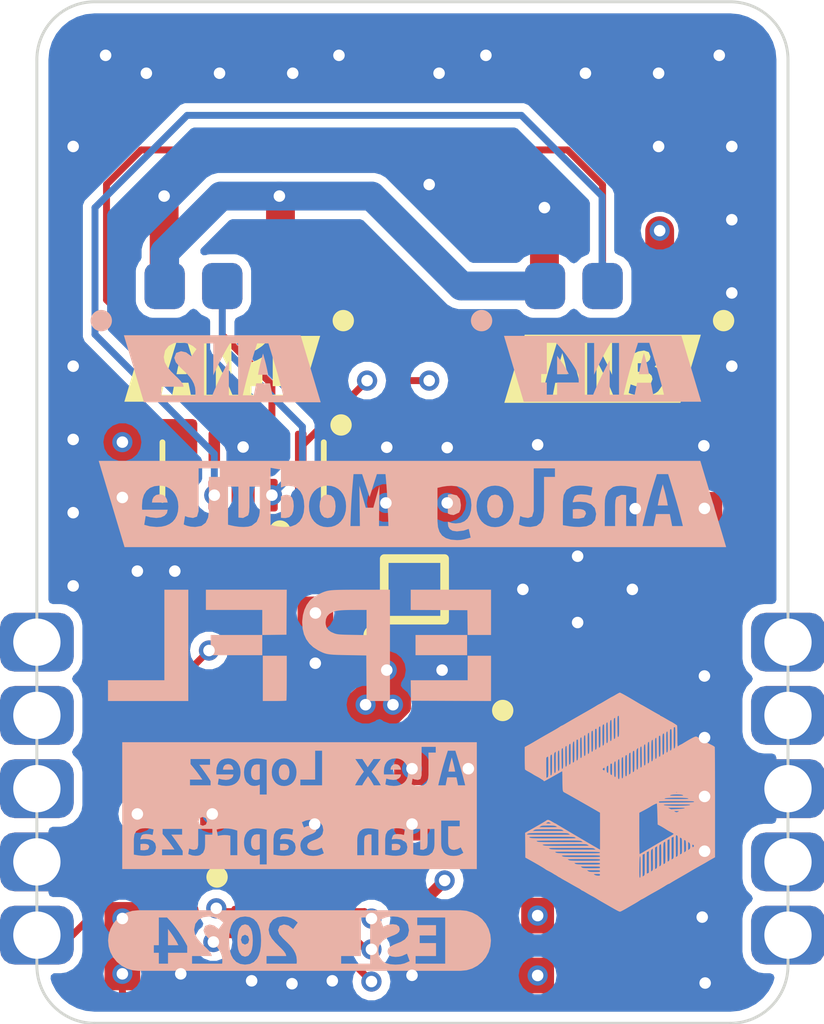
<source format=kicad_pcb>
(kicad_pcb (version 20240108) (generator "pcbnew") (generator_version "8.0")
  (layers (0 "F.Cu" signal) (1 "In1.Cu" signal) (2 "In2.Cu" signal) (3 "In3.Cu" signal) (4 "In4.Cu" signal) (31 "B.Cu" signal) (34 "B.Paste" user) (35 "F.Paste" user) (36 "B.SilkS" user "B.Silkscreen") (37 "F.SilkS" user "F.Silkscreen") (38 "B.Mask" user) (39 "F.Mask" user) (44 "Edge.Cuts" user))
  (net 0 "")
  (net 1 "+3VA_ADC")
  (net 2 "GND")
  (net 3 "+1V8")
  (net 4 "+3VA")
  (net 5 "+3V3")
  (net 6 "Net-(C6-Pad2)")
  (net 7 "Net-(C7-Pad2)")
  (net 8 "Net-(C8-Pad2)")
  (net 9 "/[1] Power Regulation & Level Shifting/+3V3_FILT")
  (net 10 "Net-(C9-Pad2)")
  (net 11 "/[1] Power Regulation & Level Shifting/NR{slash}SS")
  (net 12 "SPI_MISO_3V")
  (net 13 "Net-(U1-SDO)")
  (net 14 "ADC_EN")
  (net 15 "SPI_CS_1V8")
  (net 16 "SPI_CS_3V")
  (net 17 "/[1] Power Regulation & Level Shifting/EN_UV")
  (net 18 "/[2] ADC & Multiplexer/ADC_IN")
  (net 19 "SPI_SCK_3V")
  (net 20 "SPI_MISO_1V8")
  (net 21 "SPI_SCK_1V8")
  (net 23 "MUX_A1")
  (net 24 "MUX_A0")
  (net 25 "/[2] ADC & Multiplexer/AN_1")
  (net 26 "/[2] ADC & Multiplexer/AN_2")
  (net 27 "/[2] ADC & Multiplexer/AN_3")
  (net 28 "/[2] ADC & Multiplexer/AN_4")
  (net 29 "/[1] Power Regulation & Level Shifting/FB_PG")
  (footprint "X-MODs_PcbLib:C0402" (layer "F.Cu") (at 130.4752 79.7466 -90)
    (property "Reference" "C12" (hide yes))
    (property "Value" "100n 10V" (hide yes))
    (pad "1" smd roundrect (at -0.48 0 270) (size 0.57 0.62) (layers "F.Cu" "F.Paste" "F.Mask") (net 1 "+3VA_ADC"))
    (pad "2" smd roundrect (at 0.48 0 270) (size 0.57 0.62) (layers "F.Cu" "F.Paste" "F.Mask") (net 2 "GND"))
  )
  (footprint "X-MODs_PcbLib:2121340003" (layer "F.Cu") (at 132.209 76.5596 180)
    (property "Reference" "J1" (hide yes))
    (property "Value" "212134-0003" (hide yes))
    (pad "1" smd roundrect (at -1 0 180) (size 0.7 0.8) (layers "F.Cu" "F.Paste" "F.Mask") (net 1 "+3VA_ADC"))
    (pad "2" smd roundrect (at 0 0 180) (size 0.7 0.8) (layers "F.Cu" "F.Paste" "F.Mask") (net 25 "/[2] ADC & Multiplexer/AN_1"))
    (pad "3" smd roundrect (at 1 0 180) (size 0.7 0.8) (layers "F.Cu" "F.Paste" "F.Mask") (net 2 "GND"))
    (pad "4" smd roundrect (at -2.025 4 180) (size 0.55 0.8) (layers "F.Cu" "F.Paste" "F.Mask") (net 2 "GND"))
    (pad "4" smd roundrect (at 2.025 4 180) (size 0.55 0.8) (layers "F.Cu" "F.Paste" "F.Mask") (net 2 "GND"))
  )
  (footprint "X-MODs_PcbLib:R0402" (layer "F.Cu") (at 138.161922 84.390278)
    (property "Reference" "R7" (hide yes))
    (property "Value" "TBD" (hide yes))
    (pad "1" smd roundrect (at -0.48 0) (size 0.57 0.62) (layers "F.Cu" "F.Paste" "F.Mask") (net 9 "/[1] Power Regulation & Level Shifting/+3V3_FILT"))
    (pad "2" smd roundrect (at 0.48 0) (size 0.57 0.62) (layers "F.Cu" "F.Paste" "F.Mask") (net 17 "/[1] Power Regulation & Level Shifting/EN_UV"))
  )
  (footprint "X-MODs_PcbLib:R0402" (layer "F.Cu") (at 140.576522 80.896278 -90)
    (property "Reference" "R8" (hide yes))
    (property "Value" "TBD" (hide yes))
    (pad "1" smd roundrect (at -0.48 0 270) (size 0.57 0.62) (layers "F.Cu" "F.Paste" "F.Mask") (net 4 "+3VA"))
    (pad "2" smd roundrect (at 0.48 0 270) (size 0.57 0.62) (layers "F.Cu" "F.Paste" "F.Mask") (net 29 "/[1] Power Regulation & Level Shifting/FB_PG"))
  )
  (footprint "X-MODs_PcbLib:R0402" (layer "F.Cu") (at 130.4752 88.006678 -90)
    (property "Reference" "R5" (hide yes))
    (property "Value" "56K0" (hide yes))
    (pad "1" smd roundrect (at -0.48 0 270) (size 0.57 0.62) (layers "F.Cu" "F.Paste" "F.Mask") (net 3 "+1V8"))
    (pad "2" smd roundrect (at 0.48 0 270) (size 0.57 0.62) (layers "F.Cu" "F.Paste" "F.Mask") (net 15 "SPI_CS_1V8"))
  )
  (footprint "X-MODs_PcbLib:C0402" (layer "F.Cu") (at 135.0482 79.841356 -90)
    (property "Reference" "C4" (hide yes))
    (property "Value" "1u00 10V" (hide yes))
    (pad "1" smd roundrect (at -0.48 0 270) (size 0.57 0.62) (layers "F.Cu" "F.Paste" "F.Mask") (net 2 "GND"))
    (pad "2" smd roundrect (at 0.48 0 270) (size 0.57 0.62) (layers "F.Cu" "F.Paste" "F.Mask") (net 4 "+3VA"))
  )
  (footprint "X-MODs_PcbLib:R0402" (layer "F.Cu") (at 140.576522 82.841878 -90)
    (property "Reference" "R15" (hide yes))
    (property "Value" "TBD" (hide yes))
    (pad "1" smd roundrect (at -0.48 0 270) (size 0.57 0.62) (layers "F.Cu" "F.Paste" "F.Mask") (net 29 "/[1] Power Regulation & Level Shifting/FB_PG"))
    (pad "2" smd roundrect (at 0.48 0 270) (size 0.57 0.62) (layers "F.Cu" "F.Paste" "F.Mask") (net 2 "GND"))
  )
  (footprint "X-MODs_PcbLib:R0402" (layer "F.Cu") (at 140.098922 86.454878)
    (property "Reference" "R12" (hide yes))
    (property "Value" "TBD" (hide yes))
    (pad "1" smd roundrect (at -0.48 0) (size 0.57 0.62) (layers "F.Cu" "F.Paste" "F.Mask") (net 10 "Net-(C9-Pad2)"))
    (pad "2" smd roundrect (at 0.48 0) (size 0.57 0.62) (layers "F.Cu" "F.Paste" "F.Mask") (net 2 "GND"))
  )
  (footprint "X-MODs_PcbLib:R0402" (layer "F.Cu") (at 140.098922 87.476678)
    (property "Reference" "R9" (hide yes))
    (property "Value" "TBD" (hide yes))
    (pad "1" smd roundrect (at -0.48 0) (size 0.57 0.62) (layers "F.Cu" "F.Paste" "F.Mask") (net 6 "Net-(C6-Pad2)"))
    (pad "2" smd roundrect (at 0.48 0) (size 0.57 0.62) (layers "F.Cu" "F.Paste" "F.Mask") (net 2 "GND"))
  )
  (footprint "X-MODs_PcbLib:R0402" (layer "F.Cu") (at 140.098922 84.390278)
    (property "Reference" "R13" (hide yes))
    (property "Value" "TBD" (hide yes))
    (pad "1" smd roundrect (at -0.48 0) (size 0.57 0.62) (layers "F.Cu" "F.Paste" "F.Mask") (net 17 "/[1] Power Regulation & Level Shifting/EN_UV"))
    (pad "2" smd roundrect (at 0.48 0) (size 0.57 0.62) (layers "F.Cu" "F.Paste" "F.Mask") (net 2 "GND"))
  )
  (footprint "X-MODs_PcbLib:C0402" (layer "F.Cu") (at 135.5018 88.032078 -90)
    (property "Reference" "C5" (hide yes))
    (property "Value" "100n 10V" (hide yes))
    (pad "1" smd roundrect (at -0.48 0 270) (size 0.57 0.62) (layers "F.Cu" "F.Paste" "F.Mask") (net 4 "+3VA"))
    (pad "2" smd roundrect (at 0.48 0 270) (size 0.57 0.62) (layers "F.Cu" "F.Paste" "F.Mask") (net 2 "GND"))
  )
  (footprint "X-MODs_PcbLib:R0402" (layer "F.Cu") (at 140.086922 79.330078)
    (property "Reference" "R14" (hide yes))
    (property "Value" "20K0" (hide yes))
    (pad "1" smd roundrect (at -0.48 0) (size 0.57 0.62) (layers "F.Cu" "F.Paste" "F.Mask") (net 11 "/[1] Power Regulation & Level Shifting/NR{slash}SS"))
    (pad "2" smd roundrect (at 0.48 0) (size 0.57 0.62) (layers "F.Cu" "F.Paste" "F.Mask") (net 2 "GND"))
  )
  (footprint "X-MODs_PcbLib:R0402" (layer "F.Cu") (at 140.098922 88.515278)
    (property "Reference" "R10" (hide yes))
    (property "Value" "TBD" (hide yes))
    (pad "1" smd roundrect (at -0.48 0) (size 0.57 0.62) (layers "F.Cu" "F.Paste" "F.Mask") (net 7 "Net-(C7-Pad2)"))
    (pad "2" smd roundrect (at 0.48 0) (size 0.57 0.62) (layers "F.Cu" "F.Paste" "F.Mask") (net 2 "GND"))
  )
  (footprint "X-MODs_PcbLib:C0402" (layer "F.Cu") (at 138.161922 85.409478)
    (property "Reference" "C8" (hide yes))
    (property "Value" "10u0 16V" (hide yes))
    (pad "1" smd roundrect (at -0.48 0) (size 0.57 0.62) (layers "F.Cu" "F.Paste" "F.Mask") (net 9 "/[1] Power Regulation & Level Shifting/+3V3_FILT"))
    (pad "2" smd roundrect (at 0.48 0) (size 0.57 0.62) (layers "F.Cu" "F.Paste" "F.Mask") (net 8 "Net-(C8-Pad2)"))
  )
  (footprint "kibuzzard-6716453A" (layer "F.Cu") (at 132.209 77.994678)
    (property "Reference" "kibuzzard-6716453A" (hide yes))
    (property "Value" "G***" (hide yes))
  )
  (footprint "X-MODs_PcbLib:C0402" (layer "F.Cu") (at 133.8232 83.5806 90)
    (property "Reference" "C1" (hide yes))
    (property "Value" "10u0 16V" (hide yes))
    (pad "1" smd roundrect (at -0.48 0 90) (size 0.57 0.62) (layers "F.Cu" "F.Paste" "F.Mask") (net 1 "+3VA_ADC"))
    (pad "2" smd roundrect (at 0.48 0 90) (size 0.57 0.62) (layers "F.Cu" "F.Paste" "F.Mask") (net 2 "GND"))
  )
  (footprint "X-MODs_PcbLib:R0402" (layer "F.Cu") (at 133.8254 81.7498 -90)
    (property "Reference" "R6" (hide yes))
    (property "Value" "56K0" (hide yes))
    (pad "1" smd roundrect (at -0.48 0 270) (size 0.57 0.62) (layers "F.Cu" "F.Paste" "F.Mask") (net 4 "+3VA"))
    (pad "2" smd roundrect (at 0.48 0 270) (size 0.57 0.62) (layers "F.Cu" "F.Paste" "F.Mask") (net 16 "SPI_CS_3V"))
  )
  (footprint "X-MODs_PcbLib:R0402" (layer "F.Cu") (at 140.098922 85.410878)
    (property "Reference" "R11" (hide yes))
    (property "Value" "TBD" (hide yes))
    (pad "1" smd roundrect (at -0.48 0) (size 0.57 0.62) (layers "F.Cu" "F.Paste" "F.Mask") (net 8 "Net-(C8-Pad2)"))
    (pad "2" smd roundrect (at 0.48 0) (size 0.57 0.62) (layers "F.Cu" "F.Paste" "F.Mask") (net 2 "GND"))
  )
  (footprint "X-MODs_PcbLib:C0402" (layer "F.Cu") (at 138.161922 88.515278)
    (property "Reference" "C7" (hide yes))
    (property "Value" "10u0 16V" (hide yes))
    (pad "1" smd roundrect (at -0.48 0) (size 0.57 0.62) (layers "F.Cu" "F.Paste" "F.Mask") (net 5 "+3V3"))
    (pad "2" smd roundrect (at 0.48 0) (size 0.57 0.62) (layers "F.Cu" "F.Paste" "F.Mask") (net 7 "Net-(C7-Pad2)"))
  )
  (footprint "X-MODs_PcbLib:C0402" (layer "F.Cu") (at 133.8124 85.409478 -90)
    (property "Reference" "C2" (hide yes))
    (property "Value" "100n 10V" (hide yes))
    (pad "1" smd roundrect (at -0.48 0 270) (size 0.57 0.62) (layers "F.Cu" "F.Paste" "F.Mask") (net 1 "+3VA_ADC"))
    (pad "2" smd roundrect (at 0.48 0 270) (size 0.57 0.62) (layers "F.Cu" "F.Paste" "F.Mask") (net 2 "GND"))
  )
  (footprint "X-MODs_PcbLib:C0402" (layer "F.Cu") (at 136.112478 79.841356 90)
    (property "Reference" "C10" (hide yes))
    (property "Value" "10u0 16V" (hide yes))
    (pad "1" smd roundrect (at -0.48 0 90) (size 0.57 0.62) (layers "F.Cu" "F.Paste" "F.Mask") (net 4 "+3VA"))
    (pad "2" smd roundrect (at 0.48 0 90) (size 0.57 0.62) (layers "F.Cu" "F.Paste" "F.Mask") (net 2 "GND"))
  )
  (footprint "X-MODs_PcbLib:C0402" (layer "F.Cu") (at 138.161922 79.312678 180)
    (property "Reference" "C11" (hide yes))
    (property "Value" "4u70 6V3" (hide yes))
    (pad "1" smd roundrect (at -0.48 0 180) (size 0.57 0.62) (layers "F.Cu" "F.Paste" "F.Mask") (net 11 "/[1] Power Regulation & Level Shifting/NR{slash}SS"))
    (pad "2" smd roundrect (at 0.48 0 180) (size 0.57 0.62) (layers "F.Cu" "F.Paste" "F.Mask") (net 2 "GND"))
  )
  (footprint "X-MODs_PcbLib:Analog_Board_Castellated_Conn_1.27mm" (layer "F.Cu") (at 135.509 78.5876)
    (property "Reference" "J5" (hide yes))
    (property "Value" "~" (hide yes))
    (pad "1" thru_hole roundrect (at -6.517581 4.148 90) (size 1.02 1.28) (drill 0.82) (property pad_prop_castellated) (layers "*.Cu" "*.Mask") (net 21 "SPI_SCK_1V8"))
    (pad "2" thru_hole roundrect (at -6.517581 5.418 90) (size 1.02 1.28) (drill 0.82) (property pad_prop_castellated) (layers "*.Cu" "*.Mask") (net 20 "SPI_MISO_1V8"))
    (pad "3" thru_hole roundrect (at -6.517581 6.688 90) (size 1.02 1.28) (drill 0.82) (property pad_prop_castellated) (layers "*.Cu" "*.Mask") (net 15 "SPI_CS_1V8"))
    (pad "4" thru_hole roundrect (at -6.517581 7.958 90) (size 1.02 1.28) (drill 0.82) (property pad_prop_castellated) (layers "*.Cu" "*.Mask") (net 2 "GND"))
    (pad "5" thru_hole roundrect (at -6.517581 9.228 90) (size 1.02 1.28) (drill 0.82) (property pad_prop_castellated) (layers "*.Cu" "*.Mask") (net 14 "ADC_EN"))
    (pad "6" thru_hole roundrect (at 6.517581 9.228 90) (size 1.02 1.28) (drill 0.82) (property pad_prop_castellated) (layers "*.Cu" "*.Mask") (net 5 "+3V3"))
    (pad "7" thru_hole roundrect (at 6.517581 7.958 90) (size 1.02 1.28) (drill 0.82) (property pad_prop_castellated) (layers "*.Cu" "*.Mask") (net 3 "+1V8"))
    (pad "8" thru_hole roundrect (at 6.517581 6.688 90) (size 1.02 1.28) (drill 0.82) (property pad_prop_castellated) (layers "*.Cu" "*.Mask") (net 2 "GND"))
    (pad "9" thru_hole roundrect (at 6.517581 5.418 90) (size 1.02 1.28) (drill 0.82) (property pad_prop_castellated) (layers "*.Cu" "*.Mask") (net 24 "MUX_A0"))
    (pad "10" thru_hole roundrect (at 6.517581 4.148 90) (size 1.02 1.28) (drill 0.82) (property pad_prop_castellated) (layers "*.Cu" "*.Mask") (net 23 "MUX_A1"))
  )
  (footprint "X-MODs_PcbLib:C0402" (layer "F.Cu") (at 131.4886 88.006678 -90)
    (property "Reference" "C3" (hide yes))
    (property "Value" "100n 10V" (hide yes))
    (pad "1" smd roundrect (at -0.48 0 270) (size 0.57 0.62) (layers "F.Cu" "F.Paste" "F.Mask") (net 3 "+1V8"))
    (pad "2" smd roundrect (at 0.48 0 270) (size 0.57 0.62) (layers "F.Cu" "F.Paste" "F.Mask") (net 2 "GND"))
  )
  (footprint "X-MODs_PcbLib:2121340003" (layer "F.Cu") (at 138.809 76.5596 180)
    (property "Reference" "J3" (hide yes))
    (property "Value" "212134-0003" (hide yes))
    (pad "1" smd roundrect (at -1 0 180) (size 0.7 0.8) (layers "F.Cu" "F.Paste" "F.Mask") (net 1 "+3VA_ADC"))
    (pad "2" smd roundrect (at 0 0 180) (size 0.7 0.8) (layers "F.Cu" "F.Paste" "F.Mask") (net 27 "/[2] ADC & Multiplexer/AN_3"))
    (pad "3" smd roundrect (at 1 0 180) (size 0.7 0.8) (layers "F.Cu" "F.Paste" "F.Mask") (net 2 "GND"))
    (pad "4" smd roundrect (at -2.025 4 180) (size 0.55 0.8) (layers "F.Cu" "F.Paste" "F.Mask") (net 2 "GND"))
    (pad "4" smd roundrect (at 2.025 4 180) (size 0.55 0.8) (layers "F.Cu" "F.Paste" "F.Mask") (net 2 "GND"))
  )
  (footprint "X-MODs_PcbLib:C0402" (layer "F.Cu") (at 135.543556 83.22)
    (property "Reference" "C13" (hide yes))
    (property "Value" "100n 10V" (hide yes))
    (pad "1" smd roundrect (at -0.48 0) (size 0.57 0.62) (layers "F.Cu" "F.Paste" "F.Mask") (net 1 "+3VA_ADC"))
    (pad "2" smd roundrect (at 0.48 0) (size 0.57 0.62) (layers "F.Cu" "F.Paste" "F.Mask") (net 2 "GND"))
  )
  (footprint "X-MODs_PcbLib:USON-10_1x2.5mm" (layer "F.Cu") (at 132.570522 79.769078 -90)
    (property "Reference" "U5" (hide yes))
    (property "Value" "TMUX1104DQAR" (hide yes))
    (pad "1" smd roundrect (at -0.4175 -1 270) (size 0.565 0.2) (layers "F.Cu" "F.Paste" "F.Mask") (net 24 "MUX_A0"))
    (pad "2" smd roundrect (at -0.4175 -0.5 270) (size 0.565 0.2) (layers "F.Cu" "F.Paste" "F.Mask") (net 25 "/[2] ADC & Multiplexer/AN_1"))
    (pad "3" smd roundrect (at -0.4175 0 270) (size 0.565 0.4) (layers "F.Cu" "F.Paste" "F.Mask") (net 2 "GND"))
    (pad "4" smd roundrect (at -0.4175 0.5 270) (size 0.565 0.2) (layers "F.Cu" "F.Paste" "F.Mask") (net 27 "/[2] ADC & Multiplexer/AN_3"))
    (pad "5" smd roundrect (at -0.4175 1 270) (size 0.565 0.2) (layers "F.Cu" "F.Paste" "F.Mask") (net 1 "+3VA_ADC"))
    (pad "6" smd roundrect (at 0.4175 1 270) (size 0.565 0.2) (layers "F.Cu" "F.Paste" "F.Mask") (net 1 "+3VA_ADC"))
    (pad "7" smd roundrect (at 0.4175 0.5 270) (size 0.565 0.2) (layers "F.Cu" "F.Paste" "F.Mask") (net 28 "/[2] ADC & Multiplexer/AN_4"))
    (pad "8" smd roundrect (at 0.4175 0 270) (size 0.565 0.4) (layers "F.Cu" "F.Paste" "F.Mask") (net 18 "/[2] ADC & Multiplexer/ADC_IN"))
    (pad "9" smd roundrect (at 0.4175 -0.5 270) (size 0.565 0.2) (layers "F.Cu" "F.Paste" "F.Mask") (net 26 "/[2] ADC & Multiplexer/AN_2"))
    (pad "10" smd roundrect (at 0.4175 -1 270) (size 0.565 0.2) (layers "F.Cu" "F.Paste" "F.Mask") (net 23 "MUX_A1"))
  )
  (footprint "X-MODs_PcbLib:UQFN-12_1.7x2mm" (layer "F.Cu") (at 133.418478 87.8078)
    (property "Reference" "U2" (hide yes))
    (property "Value" "TXB0104RUTR" (hide yes))
    (pad "1" smd roundrect (at -0.7 -0.8) (size 0.7 0.2) (layers "F.Cu" "F.Paste" "F.Mask") (net 3 "+1V8"))
    (pad "2" smd roundrect (at -0.7 -0.4) (size 0.7 0.2) (layers "F.Cu" "F.Paste" "F.Mask") (net 21 "SPI_SCK_1V8"))
    (pad "3" smd roundrect (at -0.7 0) (size 0.7 0.2) (layers "F.Cu" "F.Paste" "F.Mask") (net 20 "SPI_MISO_1V8"))
    (pad "4" smd roundrect (at -0.7 0.4) (size 0.7 0.2) (layers "F.Cu" "F.Paste" "F.Mask") (net 15 "SPI_CS_1V8"))
    (pad "5" smd roundrect (at -0.7 0.8) (size 0.7 0.2) (layers "F.Cu" "F.Paste" "F.Mask") (net 2 "GND"))
    (pad "6" smd roundrect (at 0 0.85 90) (size 0.7 0.2) (layers "F.Cu" "F.Paste" "F.Mask") (net 2 "GND"))
    (pad "7" smd roundrect (at 0.7 0.8) (size 0.7 0.2) (layers "F.Cu" "F.Paste" "F.Mask") (net 2 "GND"))
    (pad "8" smd roundrect (at 0.7 0.4) (size 0.7 0.2) (layers "F.Cu" "F.Paste" "F.Mask") (net 16 "SPI_CS_3V"))
    (pad "9" smd roundrect (at 0.7 0) (size 0.7 0.2) (layers "F.Cu" "F.Paste" "F.Mask") (net 12 "SPI_MISO_3V"))
    (pad "10" smd roundrect (at 0.7 -0.4) (size 0.7 0.2) (layers "F.Cu" "F.Paste" "F.Mask") (net 19 "SPI_SCK_3V"))
    (pad "11" smd roundrect (at 0.7 -0.8) (size 0.7 0.2) (layers "F.Cu" "F.Paste" "F.Mask") (net 4 "+3VA"))
    (pad "12" smd roundrect (at 0 -0.85 90) (size 0.7 0.2) (layers "F.Cu" "F.Paste" "F.Mask") (net 14 "ADC_EN"))
  )
  (footprint "X-MODs_PcbLib:C0402" (layer "F.Cu") (at 138.161922 86.451878)
    (property "Reference" "C9" (hide yes))
    (property "Value" "10u0 16V" (hide yes))
    (pad "1" smd roundrect (at -0.48 0) (size 0.57 0.62) (layers "F.Cu" "F.Paste" "F.Mask") (net 9 "/[1] Power Regulation & Level Shifting/+3V3_FILT"))
    (pad "2" smd roundrect (at 0.48 0) (size 0.57 0.62) (layers "F.Cu" "F.Paste" "F.Mask") (net 10 "Net-(C9-Pad2)"))
  )
  (footprint "X-MODs_PcbLib:MSOP-8" (layer "F.Cu") (at 131.710122 83.608878 -90)
    (property "Reference" "U1" (hide yes))
    (property "Value" "LTC1864LIMS8#PBF" (hide yes))
    (pad "1" smd roundrect (at -2.1055 -0.975 270) (size 0.889 0.42) (layers "F.Cu" "F.Paste" "F.Mask") (net 1 "+3VA_ADC"))
    (pad "2" smd roundrect (at -2.1055 -0.326 270) (size 0.889 0.42) (layers "F.Cu" "F.Paste" "F.Mask") (net 18 "/[2] ADC & Multiplexer/ADC_IN"))
    (pad "3" smd roundrect (at -2.1055 0.325 270) (size 0.889 0.42) (layers "F.Cu" "F.Paste" "F.Mask") (net 2 "GND"))
    (pad "4" smd roundrect (at -2.1055 0.975 270) (size 0.889 0.42) (layers "F.Cu" "F.Paste" "F.Mask") (net 2 "GND"))
    (pad "5" smd roundrect (at 2.1055 0.975 270) (size 0.889 0.42) (layers "F.Cu" "F.Paste" "F.Mask") (net 16 "SPI_CS_3V"))
    (pad "6" smd roundrect (at 2.1055 0.325 270) (size 0.889 0.42) (layers "F.Cu" "F.Paste" "F.Mask") (net 13 "Net-(U1-SDO)"))
    (pad "7" smd roundrect (at 2.1055 -0.325 270) (size 0.889 0.42) (layers "F.Cu" "F.Paste" "F.Mask") (net 19 "SPI_SCK_3V"))
    (pad "8" smd roundrect (at 2.1055 -0.975 270) (size 0.889 0.42) (layers "F.Cu" "F.Paste" "F.Mask") (net 1 "+3VA_ADC"))
  )
  (footprint "X-MODs_PcbLib:DSBGA-4_0.74x0.74mm" (layer "F.Cu") (at 135.543556 81.82 90)
    (property "Reference" "U3" (hide yes))
    (property "Value" "TPS22916CYFPR" (hide yes))
    (pad "A1" smd circle (at -0.2 -0.2 90) (size 0.25 0.25) (layers "F.Cu" "F.Paste" "F.Mask") (net 1 "+3VA_ADC"))
    (pad "A2" smd circle (at 0.2 -0.2 90) (size 0.25 0.25) (layers "F.Cu" "F.Paste" "F.Mask") (net 4 "+3VA"))
    (pad "B1" smd circle (at -0.2 0.2 90) (size 0.25 0.25) (layers "F.Cu" "F.Paste" "F.Mask") (net 2 "GND"))
    (pad "B2" smd circle (at 0.2 0.2 90) (size 0.25 0.25) (layers "F.Cu" "F.Paste" "F.Mask") (net 14 "ADC_EN"))
  )
  (footprint "X-MODs_PcbLib:C0402" (layer "F.Cu") (at 138.161922 87.476678)
    (property "Reference" "C6" (hide yes))
    (property "Value" "10u0 16V" (hide yes))
    (pad "1" smd roundrect (at -0.48 0) (size 0.57 0.62) (layers "F.Cu" "F.Paste" "F.Mask") (net 5 "+3V3"))
    (pad "2" smd roundrect (at 0.48 0) (size 0.57 0.62) (layers "F.Cu" "F.Paste" "F.Mask") (net 6 "Net-(C6-Pad2)"))
  )
  (footprint "kibuzzard-67164525" (layer "F.Cu") (at 138.809 77.994678)
    (property "Reference" "kibuzzard-67164525" (hide yes))
    (property "Value" "G***" (hide yes))
  )
  (footprint "X-MODs_PcbLib:R0402" (layer "F.Cu") (at 136.479122 85.409478 -90)
    (property "Reference" "R4" (hide yes))
    (property "Value" "1M00" (hide yes))
    (pad "1" smd roundrect (at -0.48 0 270) (size 0.57 0.62) (layers "F.Cu" "F.Paste" "F.Mask") (net 2 "GND"))
    (pad "2" smd roundrect (at 0.48 0 270) (size 0.57 0.62) (layers "F.Cu" "F.Paste" "F.Mask") (net 14 "ADC_EN"))
  )
  (footprint "X-MODs_PcbLib:L0402" (layer "F.Cu") (at 136.479122 88.006678 -90)
    (property "Reference" "FB1" (hide yes))
    (property "Value" "FerriteBead" (hide yes))
    (pad "1" smd roundrect (at -0.48 0 270) (size 0.57 0.62) (layers "F.Cu" "F.Paste" "F.Mask") (net 9 "/[1] Power Regulation & Level Shifting/+3V3_FILT"))
    (pad "2" smd roundrect (at 0.48 0 270) (size 0.57 0.62) (layers "F.Cu" "F.Paste" "F.Mask") (net 5 "+3V3"))
  )
  (footprint "X-MODs_PcbLib:WSON-10-3.15x3.15mm" (layer "F.Cu") (at 138.375722 81.82 90)
    (property "Reference" "U4" (hide yes))
    (property "Value" "TPS7A9401DSCR" (hide yes))
    (pad "1" smd roundrect (at -1.4 -1 90) (size 0.6 0.24) (layers "F.Cu" "F.Paste" "F.Mask") (net 9 "/[1] Power Regulation & Level Shifting/+3V3_FILT"))
    (pad "2" smd roundrect (at -1.4 -0.5 90) (size 0.6 0.24) (layers "F.Cu" "F.Paste" "F.Mask") (net 9 "/[1] Power Regulation & Level Shifting/+3V3_FILT"))
    (pad "3" smd roundrect (at -1.4 0 90) (size 0.6 0.24) (layers "F.Cu" "F.Paste" "F.Mask") (net 17 "/[1] Power Regulation & Level Shifting/EN_UV"))
    (pad "4" smd roundrect (at -1.4 0.5 90) (size 0.6 0.24) (layers "F.Cu" "F.Paste" "F.Mask"))
    (pad "5" smd roundrect (at -1.4 1 90) (size 0.6 0.24) (layers "F.Cu" "F.Paste" "F.Mask") (net 29 "/[1] Power Regulation & Level Shifting/FB_PG"))
    (pad "6" smd roundrect (at 1.4 1 90) (size 0.6 0.24) (layers "F.Cu" "F.Paste" "F.Mask") (net 2 "GND"))
    (pad "7" smd roundrect (at 1.4 0.5 90) (size 0.6 0.24) (layers "F.Cu" "F.Paste" "F.Mask") (net 11 "/[1] Power Regulation & Level Shifting/NR{slash}SS"))
    (pad "8" smd roundrect (at 1.4 0 90) (size 0.6 0.24) (layers "F.Cu" "F.Paste" "F.Mask") (net 4 "+3VA"))
    (pad "9" smd roundrect (at 1.4 -0.5 90) (size 0.6 0.24) (layers "F.Cu" "F.Paste" "F.Mask") (net 4 "+3VA"))
    (pad "10" smd roundrect (at 1.4 -1 90) (size 0.6 0.24) (layers "F.Cu" "F.Paste" "F.Mask") (net 4 "+3VA"))
    (pad "11" thru_hole circle (at -0.575 0 90) (size 0.4 0.4) (drill 0.2) (property pad_prop_heatsink) (layers "*.Cu") (net 2 "GND"))
    (pad "11" thru_hole circle (at 0 -0.95 90) (size 0.4 0.4) (drill 0.2) (property pad_prop_heatsink) (layers "*.Cu") (net 2 "GND"))
    (pad "11" smd roundrect (at 0 0 90) (size 1.65 2.4) (layers "F.Cu" "F.Paste" "F.Mask") (roundrect_rratio 0.1) (net 2 "GND"))
    (pad "11" thru_hole circle (at 0 0.95 90) (size 0.4 0.4) (drill 0.2) (property pad_prop_heatsink) (layers "*.Cu") (net 2 "GND"))
    (pad "11" thru_hole circle (at 0.575 0 90) (size 0.4 0.4) (drill 0.2) (property pad_prop_heatsink) (layers "*.Cu") (net 2 "GND"))
  )
  (footprint "X-MODs_PcbLib:R0402" (layer "F.Cu") (at 135.5018 85.409478 90)
    (property "Reference" "R2" (hide yes))
    (property "Value" "22R0" (hide yes))
    (pad "1" smd roundrect (at -0.48 0 90) (size 0.57 0.62) (layers "F.Cu" "F.Paste" "F.Mask") (net 13 "Net-(U1-SDO)"))
    (pad "2" smd roundrect (at 0.48 0 90) (size 0.57 0.62) (layers "F.Cu" "F.Paste" "F.Mask") (net 12 "SPI_MISO_3V"))
  )
  (footprint "kibuzzard-67164A89" (layer "B.Cu") (at 132.209 77.994678 180)
    (property "Reference" "kibuzzard-67164A89" (hide yes))
    (property "Value" "G***" (hide yes))
  )
  (footprint "kibuzzard-66E06AA7" (layer "B.Cu") (at 133.5494 87.9094 180)
    (property "Reference" "kibuzzard-66E06AA7" (hide yes))
    (property "Value" "G***" (hide yes))
  )
  (footprint "X-MODs_PcbLib:2121340003" (layer "B.Cu") (at 138.809 76.5596)
    (property "Reference" "J4" (hide yes))
    (property "Value" "212134-0003" (hide yes))
    (pad "1" smd roundrect (at -1 0) (size 0.7 0.8) (layers "B.Cu" "B.Paste" "B.Mask") (net 1 "+3VA_ADC"))
    (pad "2" smd roundrect (at 0 0) (size 0.7 0.8) (layers "B.Cu" "B.Paste" "B.Mask") (net 28 "/[2] ADC & Multiplexer/AN_4"))
    (pad "3" smd roundrect (at 1 0) (size 0.7 0.8) (layers "B.Cu" "B.Paste" "B.Mask") (net 2 "GND"))
    (pad "4" smd roundrect (at -2.025 -4) (size 0.55 0.8) (layers "B.Cu" "B.Paste" "B.Mask") (net 2 "GND"))
    (pad "4" smd roundrect (at 2.025 -4) (size 0.55 0.8) (layers "B.Cu" "B.Paste" "B.Mask") (net 2 "GND"))
  )
  (footprint "LOGO" (layer "B.Cu") (at 133.5494 82.7834 180)
    (property "Reference" "G***" (hide yes))
    (property "Value" "LOGO" (hide yes))
  )
  (footprint "LOGO" (layer "B.Cu") (at 139.402035 85.570026 180)
    (property "Reference" "G***" (hide yes))
    (property "Value" "LOGO" (hide yes))
  )
  (footprint "kibuzzard-67165098" (layer "B.Cu") (at 133.5494 85.570026 180)
    (property "Reference" "kibuzzard-67165098" (hide yes))
    (property "Value" "G***" (hide yes))
  )
  (footprint "X-MODs_PcbLib:2121340003" (layer "B.Cu") (at 132.209 76.5596)
    (property "Reference" "J2" (hide yes))
    (property "Value" "212134-0003" (hide yes))
    (pad "1" smd roundrect (at -1 0) (size 0.7 0.8) (layers "B.Cu" "B.Paste" "B.Mask") (net 1 "+3VA_ADC"))
    (pad "2" smd roundrect (at 0 0) (size 0.7 0.8) (layers "B.Cu" "B.Paste" "B.Mask") (net 26 "/[2] ADC & Multiplexer/AN_2"))
    (pad "3" smd roundrect (at 1 0) (size 0.7 0.8) (layers "B.Cu" "B.Paste" "B.Mask") (net 2 "GND"))
    (pad "4" smd roundrect (at -2.025 -4) (size 0.55 0.8) (layers "B.Cu" "B.Paste" "B.Mask") (net 2 "GND"))
    (pad "4" smd roundrect (at 2.025 -4) (size 0.55 0.8) (layers "B.Cu" "B.Paste" "B.Mask") (net 2 "GND"))
  )
  (footprint "kibuzzard-671559FE" (layer "B.Cu") (at 135.509 80.3394 180)
    (property "Reference" "kibuzzard-671559FE" (hide yes))
    (property "Value" "G***" (hide yes))
  )
  (footprint "kibuzzard-67164A85" (layer "B.Cu") (at 138.809 77.994678 180)
    (property "Reference" "kibuzzard-67164A85" (hide yes))
    (property "Value" "G***" (hide yes))
  )
  (gr_line (start 128.991419 88.343897) (end 128.991419 72.631278) (stroke (width 0.05)) (layer "Edge.Cuts"))
  (gr_arc (start 142.026581 88.343897) (mid 141.733688 89.050999) (end 141.026581 89.343897) (stroke (width 0.05)) (layer "Edge.Cuts"))
  (gr_arc (start 128.991419 72.631278) (mid 129.284312 71.924171) (end 129.991419 71.631278) (stroke (width 0.05)) (layer "Edge.Cuts"))
  (gr_line (start 129.991419 71.631278) (end 141.026581 71.631278) (stroke (width 0.05)) (layer "Edge.Cuts"))
  (gr_arc (start 129.991419 89.343897) (mid 129.284301 89.05101) (end 128.991419 88.343897) (stroke (width 0.05)) (layer "Edge.Cuts"))
  (gr_line (start 141.026581 89.343897) (end 129.991419 89.343897) (stroke (width 0.05)) (layer "Edge.Cuts"))
  (gr_line (start 142.026581 72.631278) (end 142.026581 88.343897) (stroke (width 0.05)) (layer "Edge.Cuts"))
  (gr_arc (start 141.026581 71.631278) (mid 141.733688 71.924171) (end 142.026581 72.631278) (stroke (width 0.05)) (layer "Edge.Cuts"))
  (segment (start 133.219 75.019) (end 133.219 76.5596) (width 0.5) (layer "F.Cu") (net 1))
  (segment (start 132.685122 85.714378) (end 132.885622 85.714378) (width 0.4) (layer "F.Cu") (net 1))
  (segment (start 133.8232 84.918678) (end 133.8124 84.929478) (width 0.5) (layer "F.Cu") (net 1))
  (segment (start 132.685122 81.503378) (end 132.685122 85.714378) (width 0.4) (layer "F.Cu") (net 1))
  (segment (start 132.885622 85.714378) (end 133.670522 84.929478) (width 0.4) (layer "F.Cu") (net 1))
  (segment (start 139.8 75.6) (end 139.8 76.5506) (width 0.5) (layer "F.Cu") (net 1))
  (segment (start 133.670522 84.929478) (end 133.8124 84.929478) (width 0.4) (layer "F.Cu") (net 1))
  (segment (start 133.2 75) (end 133.219 75.019) (width 0.5) (layer "F.Cu") (net 1))
  (via (at 135.171203 83.82) (size 0.35) (drill 0.2) (layers "F.Cu" "B.Cu") (net 1))
  (via (at 134.6962 83.82) (size 0.35) (drill 0.2) (layers "F.Cu" "B.Cu") (net 1))
  (via (at 130.4752 79.2666) (size 0.35) (drill 0.2) (layers "F.Cu" "B.Cu") (net 1))
  (via (at 135.063556 83.22) (size 0.35) (drill 0.2) (layers "F.Cu" "B.Cu") (net 1))
  (via (at 133.2 75) (size 0.35) (drill 0.2) (layers "F.Cu" "B.Cu") (net 1))
  (via (at 139.8 75.6) (size 0.35) (drill 0.2) (layers "F.Cu" "B.Cu") (net 1))
  (segment (start 136.3596 76.5596) (end 137.809 76.5596) (width 0.5) (layer "B.Cu") (net 1))
  (segment (start 133.2 75) (end 134.8 75) (width 0.5) (layer "B.Cu") (net 1))
  (segment (start 134.8 75) (end 136.3596 76.5596) (width 0.5) (layer "B.Cu") (net 1))
  (segment (start 131.209 75.9753) (end 131.209 76.5596) (width 0.5) (layer "B.Cu") (net 1))
  (segment (start 132.1843 75) (end 131.209 75.9753) (width 0.5) (layer "B.Cu") (net 1))
  (segment (start 133.2 75) (end 132.1843 75) (width 0.5) (layer "B.Cu") (net 1))
  (segment (start 137.8 75.2) (end 137.8 76.5506) (width 0.5) (layer "F.Cu") (net 2))
  (segment (start 131.2 76.5506) (end 131.209 76.5596) (width 0.5) (layer "F.Cu") (net 2))
  (segment (start 131.2 75) (end 131.2 76.5506) (width 0.5) (layer "F.Cu") (net 2))
  (via (at 141.051419 77.95) (size 0.35) (drill 0.2) (layers "F.Cu" "B.Cu") (net 2))
  (via (at 137.681922 79.312678) (size 0.35) (drill 0.2) (layers "F.Cu" "B.Cu") (net 2))
  (via (at 129.621419 79.22) (size 0.35) (drill 0.2) (layers "F.Cu" "B.Cu") (net 2))
  (via (at 134.118478 88.6078) (size 0.35) (drill 0.2) (layers "F.Cu" "B.Cu") (net 2))
  (via (at 136.784 72.5596) (size 0.35) (drill 0.2) (layers "F.Cu" "B.Cu") (net 2))
  (via (at 136.023556 83.22) (size 0.35) (drill 0.2) (layers "F.Cu" "B.Cu") (net 2))
  (via (at 140.576522 83.321878) (size 0.35) (drill 0.2) (layers "F.Cu" "B.Cu") (net 2))
  (via (at 131.385122 81.503378) (size 0.35) (drill 0.2) (layers "F.Cu" "B.Cu") (net 2))
  (via (at 140.578922 85.410878) (size 0.35) (drill 0.2) (layers "F.Cu" "B.Cu") (net 2))
  (via (at 135.8 74.8) (size 0.35) (drill 0.2) (layers "F.Cu" "B.Cu") (net 2))
  (via (at 138.511419 72.87) (size 0.35) (drill 0.2) (layers "F.Cu" "B.Cu") (net 2))
  (via (at 139.781419 72.87) (size 0.35) (drill 0.2) (layers "F.Cu" "B.Cu") (net 2))
  (via (at 129.621419 81.76) (size 0.35) (drill 0.2) (layers "F.Cu" "B.Cu") (net 2))
  (via (at 129.621419 74.14) (size 0.35) (drill 0.2) (layers "F.Cu" "B.Cu") (net 2))
  (via (at 136.479122 84.929478) (size 0.35) (drill 0.2) (layers "F.Cu" "B.Cu") (net 2))
  (via (at 133.8232 83.1006) (size 0.35) (drill 0.2) (layers "F.Cu" "B.Cu") (net 2))
  (via (at 130.184 72.5596) (size 0.35) (drill 0.2) (layers "F.Cu" "B.Cu") (net 2))
  (via (at 140.589 88.646) (size 0.35) (drill 0.2) (layers "F.Cu" "B.Cu") (net 2))
  (via (at 135.971419 72.87) (size 0.35) (drill 0.2) (layers "F.Cu" "B.Cu") (net 2))
  (via (at 130.891419 72.87) (size 0.35) (drill 0.2) (layers "F.Cu" "B.Cu") (net 2))
  (via (at 133.431419 72.87) (size 0.35) (drill 0.2) (layers "F.Cu" "B.Cu") (net 2))
  (via (at 131.2 75) (size 0.35) (drill 0.2) (layers "F.Cu" "B.Cu") (net 2))
  (via (at 129.621419 80.49) (size 0.35) (drill 0.2) (layers "F.Cu" "B.Cu") (net 2))
  (via (at 132.718478 88.6078) (size 0.35) (drill 0.2) (layers "F.Cu" "B.Cu") (net 2))
  (via (at 133.418478 88.6578) (size 0.35) (drill 0.2) (layers "F.Cu" "B.Cu") (net 2))
  (via (at 140.578922 84.390278) (size 0.35) (drill 0.2) (layers "F.Cu" "B.Cu") (net 2))
  (via (at 140.578922 86.36) (size 0.35) (drill 0.2) (layers "F.Cu" "B.Cu") (net 2))
  (via (at 137.8 75.2) (size 0.35) (drill 0.2) (layers "F.Cu" "B.Cu") (net 2))
  (via (at 136.112478 79.361356) (size 0.35) (drill 0.2) (layers "F.Cu" "B.Cu") (net 2))
  (via (at 139.375722 80.42) (size 0.35) (drill 0.2) (layers "F.Cu" "B.Cu") (net 2))
  (via (at 140.566922 79.330078) (size 0.35) (drill 0.2) (layers "F.Cu" "B.Cu") (net 2))
  (via (at 141.051419 76.68) (size 0.35) (drill 0.2) (layers "F.Cu" "B.Cu") (net 2))
  (via (at 131.4886 88.486678) (size 0.35) (drill 0.2) (layers "F.Cu" "B.Cu") (net 2))
  (via (at 141.051419 74.14) (size 0.35) (drill 0.2) (layers "F.Cu" "B.Cu") (net 2))
  (via (at 139.781419 74.14) (size 0.35) (drill 0.2) (layers "F.Cu" "B.Cu") (net 2))
  (via (at 135.5018 88.512078) (size 0.35) (drill 0.2) (layers "F.Cu" "B.Cu") (net 2))
  (via (at 130.4752 80.2266) (size 0.35) (drill 0.2) (layers "F.Cu" "B.Cu") (net 2))
  (via (at 134.234 72.5596) (size 0.35) (drill 0.2) (layers "F.Cu" "B.Cu") (net 2))
  (via (at 132.161419 72.87) (size 0.35) (drill 0.2) (layers "F.Cu" "B.Cu") (net 2))
  (via (at 140.834 72.5596) (size 0.35) (drill 0.2) (layers "F.Cu" "B.Cu") (net 2))
  (via (at 129.621419 77.95) (size 0.35) (drill 0.2) (layers "F.Cu" "B.Cu") (net 2))
  (via (at 132.570522 79.351578) (size 0.35) (drill 0.2) (layers "F.Cu" "B.Cu") (net 2))
  (via (at 141.051419 75.41) (size 0.35) (drill 0.2) (layers "F.Cu" "B.Cu") (net 2))
  (via (at 133.8124 85.889478) (size 0.35) (drill 0.2) (layers "F.Cu" "B.Cu") (net 2))
  (via (at 130.735122 81.503378) (size 0.35) (drill 0.2) (layers "F.Cu" "B.Cu") (net 2))
  (via (at 140.5382 87.503) (size 0.35) (drill 0.2) (layers "F.Cu" "B.Cu") (net 2))
  (via (at 135.063556 79.355722) (size 0.35) (drill 0.2) (layers "F.Cu" "B.Cu") (net 2))
  (segment (start 131.4886 87.2562) (end 131.4886 87.526678) (width 0.2) (layer "F.Cu") (net 3))
  (segment (start 132.718478 87.0078) (end 132.604078 86.8934) (width 0.2) (layer "F.Cu") (net 3))
  (segment (start 132.604078 86.8934) (end 131.8514 86.8934) (width 0.2) (layer "F.Cu") (net 3))
  (segment (start 131.8514 86.8934) (end 131.4886 87.2562) (width 0.2) (layer "F.Cu") (net 3))
  (segment (start 131.4886 87.526678) (end 130.4752 87.526678) (width 0.5) (layer "F.Cu") (net 3))
  (via (at 130.4752 87.526678) (size 0.35) (drill 0.2) (layers "F.Cu" "B.Cu") (net 3))
  (segment (start 135.2932 87.0078) (end 135.5018 87.2164) (width 0.2) (layer "F.Cu") (net 4))
  (segment (start 135.5018 87.434) (end 135.5018 87.552078) (width 0.2) (layer "F.Cu") (net 4))
  (segment (start 135.5018 87.2164) (end 135.5018 87.552078) (width 0.2) (layer "F.Cu") (net 4))
  (segment (start 134.118478 87.0078) (end 135.2932 87.0078) (width 0.2) (layer "F.Cu") (net 4))
  (segment (start 136.0678 86.868) (end 135.5018 87.434) (width 0.2) (layer "F.Cu") (net 4))
  (via (at 136.0678 86.868) (size 0.35) (drill 0.2) (layers "F.Cu" "B.Cu") (net 4))
  (via (at 136.112478 80.321356) (size 0.35) (drill 0.2) (layers "F.Cu" "B.Cu") (net 4))
  (via (at 135.0482 80.321356) (size 0.35) (drill 0.2) (layers "F.Cu" "B.Cu") (net 4))
  (via (at 140.576522 80.416278) (size 0.35) (drill 0.2) (layers "F.Cu" "B.Cu") (net 4))
  (segment (start 137.653322 88.486678) (end 137.681922 88.515278) (width 0.5) (layer "F.Cu") (net 5))
  (segment (start 136.479122 88.486678) (end 137.653322 88.486678) (width 0.5) (layer "F.Cu") (net 5))
  (via (at 137.681922 88.515278) (size 0.35) (drill 0.2) (layers "F.Cu" "B.Cu") (net 5))
  (via (at 137.681922 87.476678) (size 0.35) (drill 0.2) (layers "F.Cu" "B.Cu") (net 5))
  (segment (start 138.641922 87.476678) (end 139.618922 87.476678) (width 0.5) (layer "F.Cu") (net 6))
  (segment (start 139.618922 88.515278) (end 138.641922 88.515278) (width 0.5) (layer "F.Cu") (net 7))
  (segment (start 139.617522 85.409478) (end 139.618922 85.410878) (width 0.5) (layer "F.Cu") (net 8))
  (segment (start 138.641922 85.409478) (end 139.617522 85.409478) (width 0.5) (layer "F.Cu") (net 8))
  (segment (start 137.598122 86.451878) (end 137.681922 86.451878) (width 0.5) (layer "F.Cu") (net 9))
  (segment (start 136.523322 87.526678) (end 137.598122 86.451878) (width 0.5) (layer "F.Cu") (net 9))
  (segment (start 136.479122 87.526678) (end 136.523322 87.526678) (width 0.5) (layer "F.Cu") (net 9))
  (segment (start 137.681922 84.390278) (end 137.681922 86.451878) (width 0.5) (layer "F.Cu") (net 9))
  (segment (start 139.618922 86.454878) (end 138.644922 86.454878) (width 0.5) (layer "F.Cu") (net 10))
  (segment (start 138.644922 86.454878) (end 138.641922 86.451878) (width 0.5) (layer "F.Cu") (net 10))
  (segment (start 138.875722 80.42) (end 138.875722 79.947722) (width 0.12) (layer "F.Cu") (net 11))
  (segment (start 138.659322 79.330078) (end 138.641922 79.312678) (width 0.12) (layer "F.Cu") (net 11))
  (segment (start 138.641922 79.713922) (end 138.641922 79.312678) (width 0.12) (layer "F.Cu") (net 11))
  (segment (start 139.606922 79.330078) (end 138.659322 79.330078) (width 0.12) (layer "F.Cu") (net 11))
  (segment (start 138.875722 79.947722) (end 138.641922 79.713922) (width 0.12) (layer "F.Cu") (net 11))
  (segment (start 134.4422 87.8078) (end 134.118478 87.8078) (width 0.12) (layer "F.Cu") (net 12))
  (segment (start 134.6962 88.0618) (end 134.4422 87.8078) (width 0.12) (layer "F.Cu") (net 12))
  (segment (start 134.7978 88.0618) (end 134.6962 88.0618) (width 0.12) (layer "F.Cu") (net 12))
  (via (at 134.7978 88.0618) (size 0.35) (drill 0.2) (layers "F.Cu" "B.Cu") (net 12))
  (via (at 135.5018 84.929478) (size 0.35) (drill 0.2) (layers "F.Cu" "B.Cu") (net 12))
  (segment (start 131.385122 83.473478) (end 131.385122 85.714378) (width 0.12) (layer "F.Cu") (net 13))
  (segment (start 131.9784 82.8802) (end 131.385122 83.473478) (width 0.12) (layer "F.Cu") (net 13))
  (via (at 131.9784 82.8802) (size 0.35) (drill 0.2) (layers "F.Cu" "B.Cu") (net 13))
  (via (at 135.5018 85.889478) (size 0.35) (drill 0.2) (layers "F.Cu" "B.Cu") (net 13))
  (segment (start 136.479122 85.889478) (end 136.479122 86.329678) (width 0.12) (layer "F.Cu") (net 14))
  (segment (start 136.6266 84.3266) (end 136.6266 81.8896) (width 0.12) (layer "F.Cu") (net 14))
  (segment (start 131.2672 86.7918) (end 130.1242 86.7918) (width 0.12) (layer "F.Cu") (net 14))
  (segment (start 136.479122 86.329678) (end 136.3472 86.4616) (width 0.12) (layer "F.Cu") (net 14))
  (segment (start 133.418478 86.570922) (end 133.418478 86.9578) (width 0.12) (layer "F.Cu") (net 14))
  (segment (start 137.0076 85.7504) (end 137.0076 84.7076) (width 0.12) (layer "F.Cu") (net 14))
  (segment (start 130.1242 86.7918) (end 129.8702 87.0458) (width 0.12) (layer "F.Cu") (net 14))
  (segment (start 136.479122 85.889478) (end 136.868522 85.889478) (width 0.12) (layer "F.Cu") (net 14))
  (segment (start 129.8702 87.5538) (end 129.6084 87.8156) (width 0.12) (layer "F.Cu") (net 14))
  (segment (start 136.357 81.62) (end 135.743556 81.62) (width 0.12) (layer "F.Cu") (net 14))
  (segment (start 136.3472 86.4616) (end 133.5278 86.4616) (width 0.12) (layer "F.Cu") (net 14))
  (segment (start 133.5278 86.4616) (end 131.5974 86.4616) (width 0.12) (layer "F.Cu") (net 14))
  (segment (start 133.5278 86.4616) (end 133.418478 86.570922) (width 0.12) (layer "F.Cu") (net 14))
  (segment (start 136.868522 85.889478) (end 137.0076 85.7504) (width 0.12) (layer "F.Cu") (net 14))
  (segment (start 131.5974 86.4616) (end 131.2672 86.7918) (width 0.12) (layer "F.Cu") (net 14))
  (segment (start 129.6084 87.8156) (end 128.991419 87.8156) (width 0.12) (layer "F.Cu") (net 14))
  (segment (start 137.0076 84.7076) (end 136.6266 84.3266) (width 0.12) (layer "F.Cu") (net 14))
  (segment (start 136.6266 81.8896) (end 136.357 81.62) (width 0.12) (layer "F.Cu") (net 14))
  (segment (start 129.8702 87.0458) (end 129.8702 87.5538) (width 0.12) (layer "F.Cu") (net 14))
  (segment (start 133.418478 86.9578) (end 133.4262 86.950078) (width 0.15) (layer "F.Cu") (net 14))
  (segment (start 132.442 88.2078) (end 132.08 88.5698) (width 0.12) (layer "F.Cu") (net 15))
  (segment (start 132.08 88.5698) (end 132.08 88.9) (width 0.12) (layer "F.Cu") (net 15))
  (segment (start 131.953 89.027) (end 130.683 89.027) (width 0.12) (layer "F.Cu") (net 15))
  (segment (start 132.08 88.9) (end 131.953 89.027) (width 0.12) (layer "F.Cu") (net 15))
  (segment (start 130.683 89.027) (end 130.4752 88.8192) (width 0.12) (layer "F.Cu") (net 15))
  (segment (start 132.718478 88.2078) (end 132.442 88.2078) (width 0.12) (layer "F.Cu") (net 15))
  (segment (start 130.4752 88.8192) (end 130.4752 88.486678) (width 0.12) (layer "F.Cu") (net 15))
  (via (at 130.4752 88.486678) (size 0.35) (drill 0.2) (layers "F.Cu" "B.Cu") (net 15))
  (segment (start 134.385 88.2078) (end 134.118478 88.2078) (width 0.12) (layer "F.Cu") (net 16))
  (segment (start 134.7978 88.6206) (end 134.385 88.2078) (width 0.12) (layer "F.Cu") (net 16))
  (via (at 133.8254 82.2298) (size 0.35) (drill 0.2) (layers "F.Cu" "B.Cu") (net 16))
  (via (at 130.735122 85.714378) (size 0.35) (drill 0.2) (layers "F.Cu" "B.Cu") (net 16))
  (via (at 134.7978 88.6206) (size 0.35) (drill 0.2) (layers "F.Cu" "B.Cu") (net 16))
  (segment (start 138.641922 84.390278) (end 138.641922 83.955722) (width 0.12) (layer "F.Cu") (net 17))
  (segment (start 138.641922 83.955722) (end 138.375722 83.689522) (width 0.12) (layer "F.Cu") (net 17))
  (segment (start 138.641922 84.390278) (end 139.618922 84.390278) (width 0.12) (layer "F.Cu") (net 17))
  (segment (start 138.375722 83.689522) (end 138.375722 83.22) (width 0.12) (layer "F.Cu") (net 17))
  (segment (start 132.570522 80.662478) (end 132.570522 80.186578) (width 0.12) (layer "F.Cu") (net 18))
  (segment (start 132.036122 81.503378) (end 132.036122 81.196878) (width 0.12) (layer "F.Cu") (net 18))
  (segment (start 132.036122 81.196878) (end 132.570522 80.662478) (width 0.12) (layer "F.Cu") (net 18))
  (segment (start 134.7978 87.5284) (end 134.6772 87.4078) (width 0.12) (layer "F.Cu") (net 19))
  (segment (start 134.6772 87.4078) (end 134.118478 87.4078) (width 0.12) (layer "F.Cu") (net 19))
  (via (at 134.7978 87.5284) (size 0.35) (drill 0.2) (layers "F.Cu" "B.Cu") (net 19))
  (via (at 132.035122 85.714378) (size 0.35) (drill 0.2) (layers "F.Cu" "B.Cu") (net 19))
  (segment (start 132.1816 87.8078) (end 132.718478 87.8078) (width 0.12) (layer "F.Cu") (net 20))
  (segment (start 132.0546 87.9348) (end 132.1816 87.8078) (width 0.12) (layer "F.Cu") (net 20))
  (via (at 132.0546 87.9348) (size 0.35) (drill 0.2) (layers "F.Cu" "B.Cu") (net 20))
  (segment (start 132.1626 87.4078) (end 132.718478 87.4078) (width 0.12) (layer "F.Cu") (net 21))
  (segment (start 132.1054 87.3506) (end 132.1626 87.4078) (width 0.12) (layer "F.Cu") (net 21))
  (via (at 132.1054 87.3506) (size 0.35) (drill 0.2) (layers "F.Cu" "B.Cu") (net 21))
  (segment (start 133.570522 80.062954) (end 133.570522 80.186578) (width 0.12) (layer "F.Cu") (net 23))
  (segment (start 135.433476 78.2) (end 133.570522 80.062954) (width 0.12) (layer "F.Cu") (net 23))
  (segment (start 135.8 78.2) (end 135.433476 78.2) (width 0.12) (layer "F.Cu") (net 23))
  (via (at 135.8 78.2) (size 0.35) (drill 0.2) (layers "F.Cu" "B.Cu") (net 23))
  (segment (start 134.7221 78.2) (end 133.570522 79.351578) (width 0.12) (layer "F.Cu") (net 24))
  (via (at 134.7221 78.2) (size 0.35) (drill 0.2) (layers "F.Cu" "B.Cu") (net 24))
  (segment (start 133.070522 78.270522) (end 132.209 77.409) (width 0.12) (layer "F.Cu") (net 25))
  (segment (start 133.070522 79.351578) (end 133.070522 78.270522) (width 0.12) (layer "F.Cu") (net 25))
  (segment (start 132.209 77.409) (end 132.209 76.5596) (width 0.12) (layer "F.Cu") (net 25))
  (via (at 133.070522 80.186578) (size 0.35) (drill 0.2) (layers "F.Cu" "B.Cu") (net 26))
  (segment (start 133.6 79) (end 132.209 77.609) (width 0.12) (layer "B.Cu") (net 26))
  (segment (start 133.070522 80.186578) (end 133.6 79.6571) (width 0.12) (layer "B.Cu") (net 26))
  (segment (start 132.209 77.609) (end 132.209 76.5596) (width 0.12) (layer "B.Cu") (net 26))
  (segment (start 133.6 79.6571) (end 133.6 79) (width 0.12) (layer "B.Cu") (net 26))
  (segment (start 130.8 74.2) (end 138.2 74.2) (width 0.12) (layer "F.Cu") (net 27))
  (segment (start 132.070522 78.670522) (end 130.2 76.8) (width 0.12) (layer "F.Cu") (net 27))
  (segment (start 138.2 74.2) (end 138.809 74.809) (width 0.12) (layer "F.Cu") (net 27))
  (segment (start 132.070522 79.351578) (end 132.070522 78.670522) (width 0.12) (layer "F.Cu") (net 27))
  (segment (start 138.809 74.809) (end 138.809 76.5596) (width 0.12) (layer "F.Cu") (net 27))
  (segment (start 130.2 76.8) (end 130.2 74.8) (width 0.12) (layer "F.Cu") (net 27))
  (segment (start 130.2 74.8) (end 130.8 74.2) (width 0.12) (layer "F.Cu") (net 27))
  (via (at 132.070522 80.186578) (size 0.35) (drill 0.2) (layers "F.Cu" "B.Cu") (net 28))
  (segment (start 131.6 73.6) (end 130 75.2) (width 0.12) (layer "B.Cu") (net 28))
  (segment (start 130 77.4) (end 132.070522 79.470522) (width 0.12) (layer "B.Cu") (net 28))
  (segment (start 137.4 73.6) (end 131.6 73.6) (width 0.12) (layer "B.Cu") (net 28))
  (segment (start 132.070522 79.470522) (end 132.070522 80.186578) (width 0.12) (layer "B.Cu") (net 28))
  (segment (start 138.809 76.5596) (end 138.809 76.1596) (width 0.12) (layer "B.Cu") (net 28))
  (segment (start 138.8 75) (end 137.4 73.6) (width 0.12) (layer "B.Cu") (net 28))
  (segment (start 138.809 76.1596) (end 138.8 76.1506) (width 0.12) (layer "B.Cu") (net 28))
  (segment (start 138.8 76.1506) (end 138.8 75) (width 0.12) (layer "B.Cu") (net 28))
  (segment (start 130 75.2) (end 130 77.4) (width 0.12) (layer "B.Cu") (net 28))
  (segment (start 139.9032 83.1088) (end 139.792 83.22) (width 0.12) (layer "F.Cu") (net 29))
  (segment (start 140.576522 81.376278) (end 140.576522 82.361878) (width 0.12) (layer "F.Cu") (net 29))
  (segment (start 139.9032 82.55) (end 139.9032 83.1088) (width 0.12) (layer "F.Cu") (net 29))
  (segment (start 140.091322 82.361878) (end 139.9032 82.55) (width 0.12) (layer "F.Cu") (net 29))
  (segment (start 139.792 83.22) (end 139.375722 83.22) (width 0.12) (layer "F.Cu") (net 29))
  (segment (start 140.576522 82.361878) (end 140.091322 82.361878) (width 0.12) (layer "F.Cu") (net 29))
  (zone (net 9) (net_name "/[1] Power Regulation & Level Shifting/+3V3_FILT") (layer "F.Cu") (priority 1) (connect_pads yes (clearance 0.15)) (min_thickness 0.15) (fill yes (thermal_gap 0.5) (thermal_bridge_width 0.5))
    (polygon (pts (xy 137.16 82.8294) (xy 138.0998 82.8294) (xy 138.0998 84.582) (xy 137.8966 84.7852) (xy 137.3632 84.7852) (xy 137.16 84.582)))
  )
  (zone (net 4) (net_name "+3VA") (layer "F.Cu") (priority 3) (connect_pads yes (clearance 0.15)) (min_thickness 0.15) (fill yes (thermal_gap 0.5) (thermal_bridge_width 0.5))
    (polygon (pts (xy 138.5824 80.8228) (xy 136.1186 80.8228) (xy 135.4836 81.4578) (xy 135.4836 81.7626) (xy 135.3566 81.7626) (xy 135.2296 81.7626) (xy 134.8105 81.7626) (xy 134.6581 81.661) (xy 133.4008 81.661) (xy 133.4008 80.8482) (xy 134.758545 79.9338) (xy 138.5824 79.9338)))
  )
  (zone (net 2) (net_name "GND") (layer "F.Cu") (priority 3) (connect_pads yes (clearance 0.15)) (min_thickness 0.15) (fill yes (thermal_gap 0.5) (thermal_bridge_width 0.5))
    (polygon (pts (xy 135.6106 81.8896) (xy 135.6106 83.6422) (xy 136.4488 83.6422) (xy 136.4488 82.4738) (xy 135.8646 81.8896)))
  )
  (zone (net 1) (net_name "+3VA_ADC") (layer "F.Cu") (priority 3) (connect_pads yes (clearance 0.15)) (min_thickness 0.15) (fill yes (thermal_gap 0.5) (thermal_bridge_width 0.5))
    (polygon (pts (xy 135.4836 83.439) (xy 135.4836 83.9216) (xy 134.112 85.2932) (xy 133.3754 85.2932) (xy 133.3754 83.6676) (xy 134.375237 83.6676) (xy 134.6454 83.439) (xy 134.6454 82.4738) (xy 135.2296 81.8896) (xy 135.4836 81.8896)))
  )
  (zone (net 1) (net_name "+3VA_ADC") (layer "F.Cu") (priority 2) (connect_pads yes (clearance 0.15)) (min_thickness 0.15) (fill yes (thermal_gap 0.5) (thermal_bridge_width 0.5))
    (polygon (pts (xy 130.0734 78.867) (xy 131.7752 78.867) (xy 131.7752 80.5688) (xy 131.3688 80.5688) (xy 131.064 80.264) (xy 131.064 79.9592) (xy 130.7846 79.6798) (xy 130.0734 79.6798)))
  )
  (zone (net 2) (net_name "GND") (layer "B.Cu") (priority 4) (connect_pads yes (clearance 0.15)) (min_thickness 0.15) (fill yes (thermal_gap 0.5) (thermal_bridge_width 0.5))
    (polygon (pts (xy 128.9812 71.6) (xy 142.0368 71.6) (xy 142.0368 89.3318) (xy 128.9812 89.3318)))
  )
)
</source>
